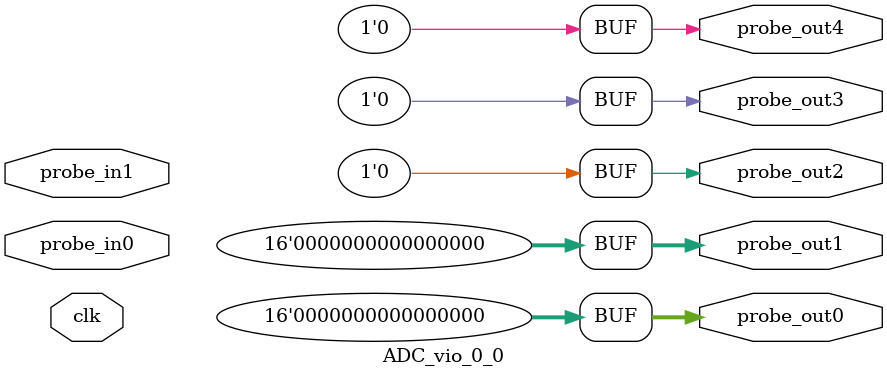
<source format=v>
`timescale 1ns / 1ps
module ADC_vio_0_0 (
clk,
probe_in0,probe_in1,
probe_out0,
probe_out1,
probe_out2,
probe_out3,
probe_out4
);

input clk;
input [15 : 0] probe_in0;
input [0 : 0] probe_in1;

output reg [15 : 0] probe_out0 = 'h0000 ;
output reg [15 : 0] probe_out1 = 'h0000 ;
output reg [0 : 0] probe_out2 = 'h0 ;
output reg [0 : 0] probe_out3 = 'h0 ;
output reg [0 : 0] probe_out4 = 'h0 ;


endmodule

</source>
